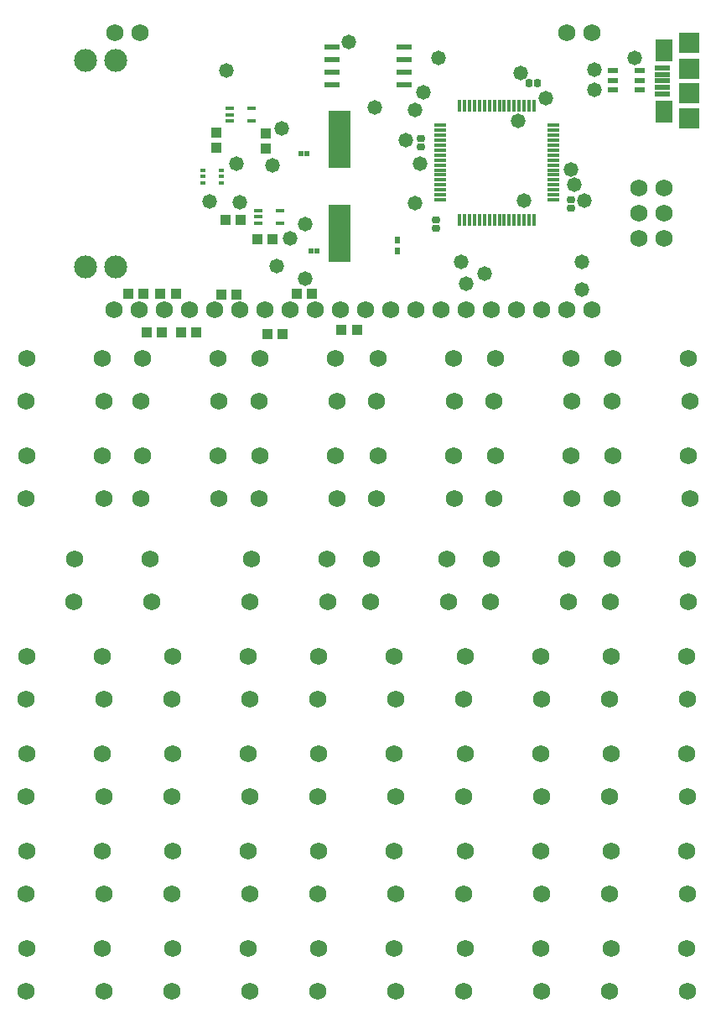
<source format=gbs>
G04*
G04 #@! TF.GenerationSoftware,Altium Limited,Altium Designer,24.6.1 (21)*
G04*
G04 Layer_Color=16711935*
%FSLAX44Y44*%
%MOMM*%
G71*
G04*
G04 #@! TF.SameCoordinates,5BE53EBA-B956-4ED2-84AC-37ABD98E17FE*
G04*
G04*
G04 #@! TF.FilePolarity,Negative*
G04*
G01*
G75*
%ADD12C,1.7272*%
%ADD13C,2.3114*%
%ADD14C,1.4732*%
%ADD18R,1.1938X0.3048*%
%ADD19R,0.3048X1.1938*%
%ADD20O,0.6000X0.4200*%
%ADD21R,0.6000X0.4200*%
%ADD25R,0.5080X0.6604*%
%ADD28R,1.5240X0.5334*%
%ADD30R,0.8763X0.3048*%
%ADD36R,0.9779X0.5588*%
G04:AMPARAMS|DCode=45|XSize=0.8032mm|YSize=0.7432mm|CornerRadius=0.2447mm|HoleSize=0mm|Usage=FLASHONLY|Rotation=0.000|XOffset=0mm|YOffset=0mm|HoleType=Round|Shape=RoundedRectangle|*
%AMROUNDEDRECTD45*
21,1,0.8032,0.2538,0,0,0.0*
21,1,0.3138,0.7432,0,0,0.0*
1,1,0.4894,0.1569,-0.1269*
1,1,0.4894,-0.1569,-0.1269*
1,1,0.4894,-0.1569,0.1269*
1,1,0.4894,0.1569,0.1269*
%
%ADD45ROUNDEDRECTD45*%
G04:AMPARAMS|DCode=46|XSize=0.8032mm|YSize=0.7432mm|CornerRadius=0.2447mm|HoleSize=0mm|Usage=FLASHONLY|Rotation=270.000|XOffset=0mm|YOffset=0mm|HoleType=Round|Shape=RoundedRectangle|*
%AMROUNDEDRECTD46*
21,1,0.8032,0.2538,0,0,270.0*
21,1,0.3138,0.7432,0,0,270.0*
1,1,0.4894,-0.1269,-0.1569*
1,1,0.4894,-0.1269,0.1569*
1,1,0.4894,0.1269,0.1569*
1,1,0.4894,0.1269,-0.1569*
%
%ADD46ROUNDEDRECTD46*%
%ADD47R,0.5832X0.6032*%
%ADD48R,2.3032X5.8032*%
%ADD49R,1.0932X1.1332*%
%ADD50R,1.1332X1.0932*%
%ADD51R,1.5532X0.6032*%
%ADD52R,1.8032X2.3032*%
%ADD53R,2.1032X2.1032*%
%ADD54R,2.1032X2.0032*%
D12*
X660400Y773430D02*
D03*
Y798830D02*
D03*
Y824230D02*
D03*
X635000Y773430D02*
D03*
Y798830D02*
D03*
Y824230D02*
D03*
X156210Y701040D02*
D03*
X588010D02*
D03*
X562610D02*
D03*
X537210D02*
D03*
X461010D02*
D03*
X435610D02*
D03*
X410210D02*
D03*
X384810D02*
D03*
X334010D02*
D03*
X308610D02*
D03*
X257810D02*
D03*
X283210D02*
D03*
X232410D02*
D03*
X207010D02*
D03*
X181610D02*
D03*
X105410D02*
D03*
X105860Y980440D02*
D03*
X131260D02*
D03*
X562160D02*
D03*
X587560D02*
D03*
X486410Y701040D02*
D03*
X511810D02*
D03*
X130810D02*
D03*
X359410D02*
D03*
X17272Y253350D02*
D03*
X16002Y210170D02*
D03*
X93472Y253350D02*
D03*
X94742Y210170D02*
D03*
X607112Y155250D02*
D03*
X605842Y112070D02*
D03*
X683312Y155250D02*
D03*
X684582Y112070D02*
D03*
X459652Y155250D02*
D03*
X458382Y112070D02*
D03*
X535852Y155250D02*
D03*
X537122Y112070D02*
D03*
X312192Y155250D02*
D03*
X310922Y112070D02*
D03*
X388392Y155250D02*
D03*
X389662Y112070D02*
D03*
X164732Y155250D02*
D03*
X163462Y112070D02*
D03*
X240932Y155250D02*
D03*
X242202Y112070D02*
D03*
X17272Y155250D02*
D03*
X16002Y112070D02*
D03*
X93472Y155250D02*
D03*
X94742Y112070D02*
D03*
X607112Y253350D02*
D03*
X605842Y210170D02*
D03*
X683312Y253350D02*
D03*
X684582Y210170D02*
D03*
X459652Y253350D02*
D03*
X458382Y210170D02*
D03*
X535852Y253350D02*
D03*
X537122Y210170D02*
D03*
X312192Y253350D02*
D03*
X310922Y210170D02*
D03*
X388392Y253350D02*
D03*
X389662Y210170D02*
D03*
X164732Y253350D02*
D03*
X163462Y210170D02*
D03*
X240932Y253350D02*
D03*
X242202Y210170D02*
D03*
X607112Y351450D02*
D03*
X605842Y308270D02*
D03*
X683312Y351450D02*
D03*
X684582Y308270D02*
D03*
X459652Y351450D02*
D03*
X458382Y308270D02*
D03*
X535852Y351450D02*
D03*
X537122Y308270D02*
D03*
X312192Y351450D02*
D03*
X310922Y308270D02*
D03*
X388392Y351450D02*
D03*
X389662Y308270D02*
D03*
X164732Y351450D02*
D03*
X163462Y308270D02*
D03*
X240932Y351450D02*
D03*
X242202Y308270D02*
D03*
X17272Y351450D02*
D03*
X16002Y308270D02*
D03*
X93472Y351450D02*
D03*
X94742Y308270D02*
D03*
X608076Y449550D02*
D03*
X606806Y406370D02*
D03*
X684276Y449550D02*
D03*
X685546Y406370D02*
D03*
X486664Y449550D02*
D03*
X485394Y406370D02*
D03*
X562864Y449550D02*
D03*
X564134Y406370D02*
D03*
X365252Y449550D02*
D03*
X363982Y406370D02*
D03*
X441452Y449550D02*
D03*
X442722Y406370D02*
D03*
X243840Y449550D02*
D03*
X242570Y406370D02*
D03*
X320040Y449550D02*
D03*
X321310Y406370D02*
D03*
X65532Y449550D02*
D03*
X64262Y406370D02*
D03*
X141732Y449550D02*
D03*
X143002Y406370D02*
D03*
X609346Y553720D02*
D03*
X608076Y510540D02*
D03*
X685546Y553720D02*
D03*
X686816Y510540D02*
D03*
X490474Y553720D02*
D03*
X489204Y510540D02*
D03*
X566674Y553720D02*
D03*
X567944Y510540D02*
D03*
X371602Y553720D02*
D03*
X370332Y510540D02*
D03*
X447802Y553720D02*
D03*
X449072Y510540D02*
D03*
X252730Y553720D02*
D03*
X251460Y510540D02*
D03*
X328930Y553720D02*
D03*
X330200Y510540D02*
D03*
X133858Y553720D02*
D03*
X132588Y510540D02*
D03*
X210058Y553720D02*
D03*
X211328Y510540D02*
D03*
X17526Y553720D02*
D03*
X16256Y510540D02*
D03*
X93726Y553720D02*
D03*
X94996Y510540D02*
D03*
X609346Y651820D02*
D03*
X608076Y608640D02*
D03*
X685546Y651820D02*
D03*
X686816Y608640D02*
D03*
X490474Y651820D02*
D03*
X489204Y608640D02*
D03*
X566674Y651820D02*
D03*
X567944Y608640D02*
D03*
X371602Y651820D02*
D03*
X370332Y608640D02*
D03*
X447802Y651820D02*
D03*
X449072Y608640D02*
D03*
X252730Y651820D02*
D03*
X251460Y608640D02*
D03*
X328930Y651820D02*
D03*
X330200Y608640D02*
D03*
X133858Y651820D02*
D03*
X132588Y608640D02*
D03*
X210058Y651820D02*
D03*
X211328Y608640D02*
D03*
X17526Y651820D02*
D03*
X16256Y608640D02*
D03*
X93726Y651820D02*
D03*
X94996Y608640D02*
D03*
X17272Y57150D02*
D03*
X16002Y13970D02*
D03*
X93472Y57150D02*
D03*
X94742Y13970D02*
D03*
X459652Y57150D02*
D03*
X458382Y13970D02*
D03*
X535852Y57150D02*
D03*
X537122Y13970D02*
D03*
X312192Y57150D02*
D03*
X310922Y13970D02*
D03*
X388392Y57150D02*
D03*
X389662Y13970D02*
D03*
X164732Y57150D02*
D03*
X163462Y13970D02*
D03*
X240932Y57150D02*
D03*
X242202Y13970D02*
D03*
X607112Y57150D02*
D03*
X605842Y13970D02*
D03*
X683312Y57150D02*
D03*
X684582Y13970D02*
D03*
D13*
X76202Y952360D02*
D03*
X107202D02*
D03*
X76202Y744360D02*
D03*
X107202D02*
D03*
D14*
X461037Y727683D02*
D03*
X577850Y721360D02*
D03*
Y749300D02*
D03*
X479499Y737817D02*
D03*
X455930Y749300D02*
D03*
X541020Y914400D02*
D03*
X417830Y920750D02*
D03*
X519404Y811622D02*
D03*
X570156Y827451D02*
D03*
X566403Y842222D02*
D03*
X414020Y848360D02*
D03*
X342010Y971493D02*
D03*
X265400Y847258D02*
D03*
X228859Y848360D02*
D03*
X201943Y810247D02*
D03*
X408940Y902970D02*
D03*
X513080Y891540D02*
D03*
X433070Y955040D02*
D03*
X590550Y943610D02*
D03*
X515620Y939800D02*
D03*
X580390Y811530D02*
D03*
X232529Y809454D02*
D03*
X274493Y883747D02*
D03*
X368300Y905510D02*
D03*
X400050Y872490D02*
D03*
X298450Y787400D02*
D03*
X283066Y773286D02*
D03*
X408940Y808990D02*
D03*
X269240Y745490D02*
D03*
X218440Y942340D02*
D03*
X631190Y955040D02*
D03*
X590550Y923290D02*
D03*
X298450Y732790D02*
D03*
D18*
X434340Y812170D02*
D03*
Y817170D02*
D03*
Y822170D02*
D03*
Y827170D02*
D03*
Y832170D02*
D03*
Y837170D02*
D03*
Y842170D02*
D03*
Y847170D02*
D03*
Y852170D02*
D03*
Y857170D02*
D03*
Y862170D02*
D03*
Y867170D02*
D03*
Y872170D02*
D03*
Y877170D02*
D03*
Y882170D02*
D03*
Y887170D02*
D03*
X549340D02*
D03*
Y882170D02*
D03*
Y877170D02*
D03*
Y872170D02*
D03*
Y867170D02*
D03*
Y862170D02*
D03*
Y857170D02*
D03*
Y852170D02*
D03*
Y847170D02*
D03*
Y842170D02*
D03*
Y837170D02*
D03*
Y832170D02*
D03*
Y827170D02*
D03*
Y822170D02*
D03*
Y817170D02*
D03*
Y812170D02*
D03*
D19*
X454340Y907170D02*
D03*
X459340D02*
D03*
X464340D02*
D03*
X469340D02*
D03*
X474340D02*
D03*
X479340D02*
D03*
X484340D02*
D03*
X489340D02*
D03*
X494340D02*
D03*
X499340D02*
D03*
X504340D02*
D03*
X509340D02*
D03*
X514340D02*
D03*
X519340D02*
D03*
X524340D02*
D03*
X529340D02*
D03*
Y792170D02*
D03*
X524340D02*
D03*
X519340D02*
D03*
X514340D02*
D03*
X509340D02*
D03*
X504340D02*
D03*
X499340D02*
D03*
X494340D02*
D03*
X489340D02*
D03*
X484340D02*
D03*
X479340D02*
D03*
X474340D02*
D03*
X469340D02*
D03*
X464340D02*
D03*
X459340D02*
D03*
X454340D02*
D03*
D20*
X194970Y842160D02*
D03*
Y835660D02*
D03*
Y829160D02*
D03*
X213970D02*
D03*
Y835660D02*
D03*
D21*
Y842160D02*
D03*
D25*
X391160Y760730D02*
D03*
Y771906D02*
D03*
D28*
X325501Y928370D02*
D03*
Y941070D02*
D03*
Y953770D02*
D03*
Y966470D02*
D03*
X398399D02*
D03*
Y953770D02*
D03*
Y941070D02*
D03*
Y928370D02*
D03*
D30*
X250508Y788520D02*
D03*
Y795020D02*
D03*
Y801520D02*
D03*
X272733D02*
D03*
Y788520D02*
D03*
X222250Y891540D02*
D03*
Y898040D02*
D03*
Y904540D02*
D03*
X244475D02*
D03*
Y891540D02*
D03*
D36*
X636270Y923290D02*
D03*
Y932790D02*
D03*
Y942290D02*
D03*
X608965D02*
D03*
Y932790D02*
D03*
Y923290D02*
D03*
D45*
X430530Y791700D02*
D03*
Y783100D02*
D03*
X415290Y874250D02*
D03*
Y865650D02*
D03*
X566420Y803420D02*
D03*
Y812020D02*
D03*
D46*
X532620Y929640D02*
D03*
X524020D02*
D03*
D47*
X299990Y858520D02*
D03*
X294370D02*
D03*
X310150Y760730D02*
D03*
X304530D02*
D03*
D48*
X332740Y873000D02*
D03*
Y778000D02*
D03*
D49*
X265510Y772160D02*
D03*
X250110D02*
D03*
X233109Y792098D02*
D03*
X217708D02*
D03*
X260270Y676910D02*
D03*
X275670D02*
D03*
X350520Y680720D02*
D03*
X335120D02*
D03*
X289480Y717550D02*
D03*
X304880D02*
D03*
X228680Y716280D02*
D03*
X213280D02*
D03*
X172640Y678180D02*
D03*
X188040D02*
D03*
X152240Y717550D02*
D03*
X167640D02*
D03*
X134780D02*
D03*
X119380D02*
D03*
X153830Y678180D02*
D03*
X138430D02*
D03*
D50*
X258614Y879252D02*
D03*
Y863852D02*
D03*
X208280Y864710D02*
D03*
Y880110D02*
D03*
D51*
X659050Y932080D02*
D03*
Y938580D02*
D03*
Y925580D02*
D03*
Y945080D02*
D03*
Y919080D02*
D03*
D52*
X660300Y963080D02*
D03*
Y901080D02*
D03*
D53*
X685800Y944080D02*
D03*
Y920080D02*
D03*
D54*
Y970080D02*
D03*
Y894080D02*
D03*
M02*

</source>
